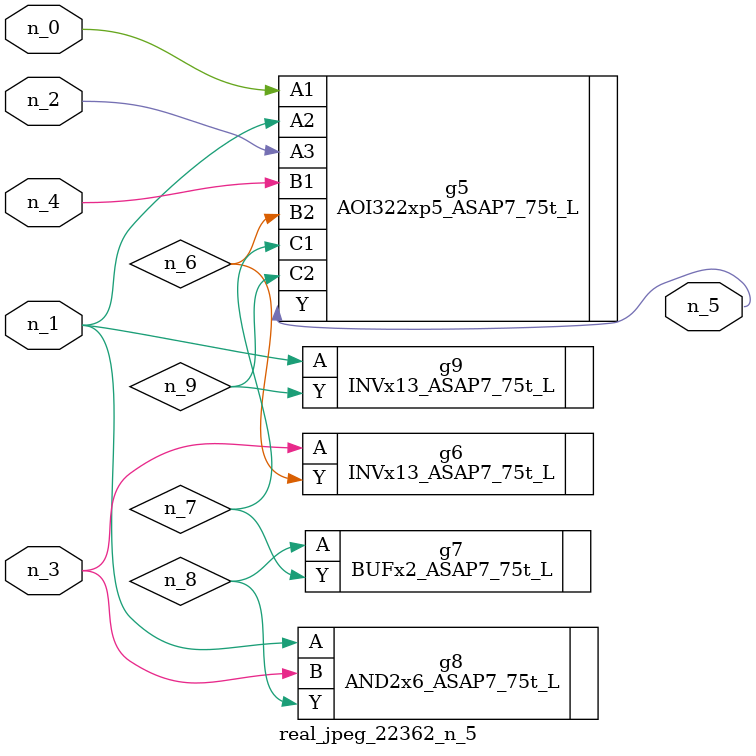
<source format=v>
module real_jpeg_22362_n_5 (n_4, n_0, n_1, n_2, n_3, n_5);

input n_4;
input n_0;
input n_1;
input n_2;
input n_3;

output n_5;

wire n_8;
wire n_6;
wire n_7;
wire n_9;

AOI322xp5_ASAP7_75t_L g5 ( 
.A1(n_0),
.A2(n_1),
.A3(n_2),
.B1(n_4),
.B2(n_6),
.C1(n_7),
.C2(n_9),
.Y(n_5)
);

AND2x6_ASAP7_75t_L g8 ( 
.A(n_1),
.B(n_3),
.Y(n_8)
);

INVx13_ASAP7_75t_L g9 ( 
.A(n_1),
.Y(n_9)
);

INVx13_ASAP7_75t_L g6 ( 
.A(n_3),
.Y(n_6)
);

BUFx2_ASAP7_75t_L g7 ( 
.A(n_8),
.Y(n_7)
);


endmodule
</source>
